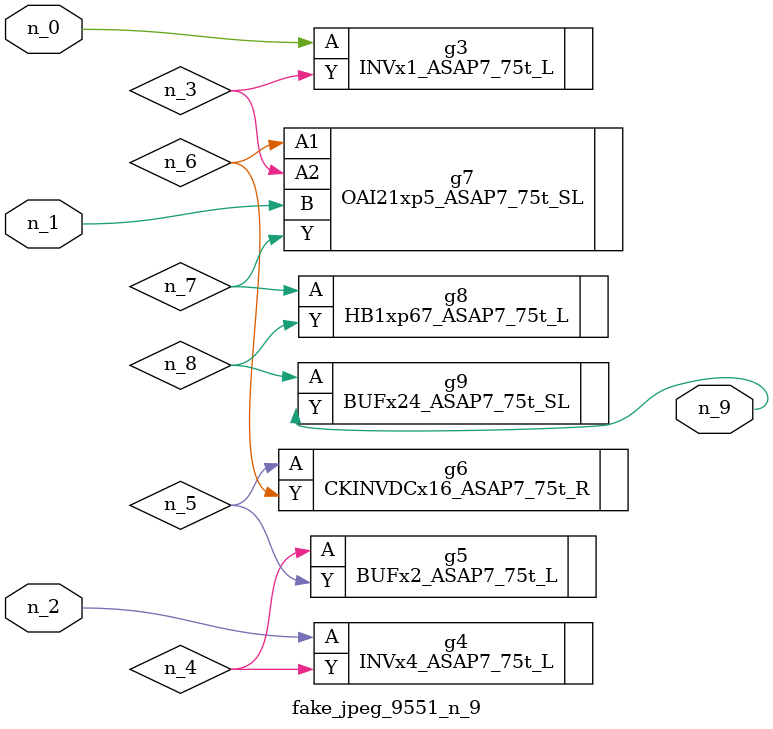
<source format=v>
module fake_jpeg_9551_n_9 (n_0, n_2, n_1, n_9);

input n_0;
input n_2;
input n_1;

output n_9;

wire n_3;
wire n_4;
wire n_8;
wire n_6;
wire n_5;
wire n_7;

INVx1_ASAP7_75t_L g3 ( 
.A(n_0),
.Y(n_3)
);

INVx4_ASAP7_75t_L g4 ( 
.A(n_2),
.Y(n_4)
);

BUFx2_ASAP7_75t_L g5 ( 
.A(n_4),
.Y(n_5)
);

CKINVDCx16_ASAP7_75t_R g6 ( 
.A(n_5),
.Y(n_6)
);

OAI21xp5_ASAP7_75t_SL g7 ( 
.A1(n_6),
.A2(n_3),
.B(n_1),
.Y(n_7)
);

HB1xp67_ASAP7_75t_L g8 ( 
.A(n_7),
.Y(n_8)
);

BUFx24_ASAP7_75t_SL g9 ( 
.A(n_8),
.Y(n_9)
);


endmodule
</source>
